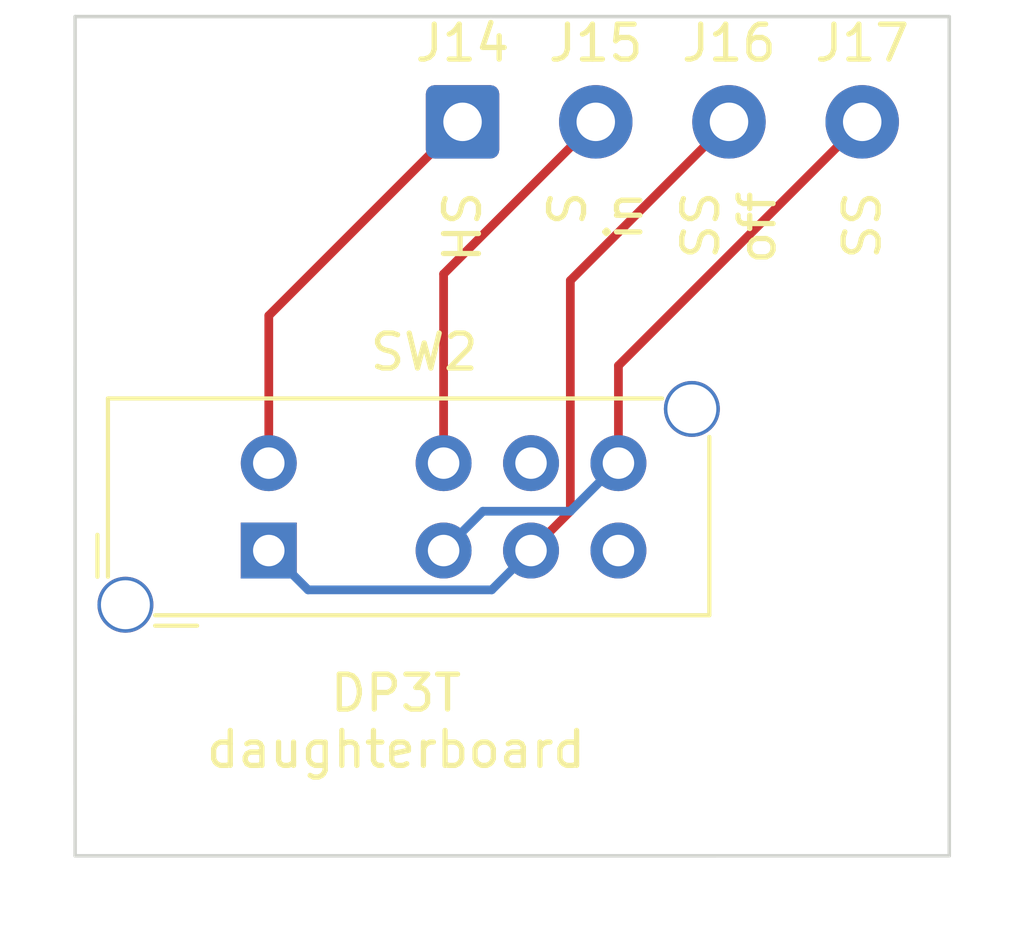
<source format=kicad_pcb>
(kicad_pcb (version 20211014) (generator pcbnew)
  (layers (0 "F.Cu" signal) (31 "B.Cu" signal) (34 "B.Paste" user) (35 "F.Paste" user) (36 "B.SilkS" user "B.Silkscreen") (37 "F.SilkS" user "F.Silkscreen") (38 "B.Mask" user) (39 "F.Mask" user) (44 "Edge.Cuts" user))
  (net 0 "")
  (net 1 "Board_0-/Panel mounted components/HARD_SYNCA_P")
  (net 2 "Board_0-/Panel mounted components/SOFT_SYNCA_P")
  (net 3 "Board_0-/Panel mounted components/SOFT_SYNC_OFF_P")
  (net 4 "Board_0-/Panel mounted components/SYNCA_P")
  (net 5 "Board_0-unconnected-(SW2-Pad4)")
  (net 6 "Board_0-unconnected-(SW2-Pad7)")
  (footprint "ao_tht:MountingHole_3.2mm_M3" (layer "F.Cu") (at 159.499999 108.999999)
    (fp_text reference "H1" hide)
    (fp_text value "MountingHole")
    (pad "" np_thru_hole circle locked (at 0 0) (size 3.2 3.2) (drill 3.2) (layers *.Cu *.Mask))
  )
  (footprint "Connector_Wire:SolderWire-0.5sqmm_1x01_D0.9mm_OD2.1mm" (layer "F.Cu") (at 148.579999 91.009999)
    (fp_text reference "J14" (at 0 -2.25 unlocked) (layer "F.SilkS"))
    (fp_text value "Wire pad")
    (pad "1" thru_hole roundrect (at 0 0) (size 2.1 2.1) (drill 1.1) (layers *.Cu *.Mask) (roundrect_rratio 0.119048) (net 1 "Board_0-/Panel mounted components/HARD_SYNCA_P"))
  )
  (footprint "sidekickvco:SW_CK_OS203012MU5QP1_DP3T" (layer "F.Cu") (at 143.038199 103.270399)
    (fp_text reference "SW2" (at 4.445 -5.675 unlocked) (layer "F.SilkS"))
    (fp_text value "SW_DP3T")
    (fp_line (start -4.9 -0.45) (end -4.9 0.75) (layer "F.SilkS") (width 0.12))
    (fp_line (start -3.25 1.85) (end 12.6 1.85) (layer "F.SilkS") (width 0.12))
    (fp_line (start 12.6 1.85) (end 12.6 -3.25) (layer "F.SilkS") (width 0.12))
    (fp_line (start -3.25 2.15) (end -2.05 2.15) (layer "F.SilkS") (width 0.12))
    (fp_line (start -4.6 -4.35) (end -4.6 0.75) (layer "F.SilkS") (width 0.12))
    (fp_line (start -4.6 -4.35) (end 11.25 -4.35) (layer "F.SilkS") (width 0.12))
    (pad "" np_thru_hole circle (at -4.1 1.55 180) (size 1.6 1.6) (drill 1.4) (layers F&B.Cu *.Mask))
    (pad "" np_thru_hole circle (at 12.1 -4.05 180) (size 1.6 1.6) (drill 1.4) (layers F&B.Cu *.Mask))
    (pad "1" thru_hole rect (at 0 0 180) (size 1.6 1.6) (drill 0.9) (layers *.Cu *.Mask) (net 3 "Board_0-/Panel mounted components/SOFT_SYNC_OFF_P"))
    (pad "2" thru_hole circle (at 5 0 180) (size 1.6 1.6) (drill 0.9) (layers *.Cu *.Mask) (net 2 "Board_0-/Panel mounted components/SOFT_SYNCA_P"))
    (pad "3" thru_hole circle (at 7.5 0 180) (size 1.6 1.6) (drill 0.9) (layers *.Cu *.Mask) (net 3 "Board_0-/Panel mounted components/SOFT_SYNC_OFF_P"))
    (pad "4" thru_hole circle (at 10 0 180) (size 1.6 1.6) (drill 0.9) (layers *.Cu *.Mask) (net 5 "Board_0-unconnected-(SW2-Pad4)"))
    (pad "5" thru_hole circle (at 0 -2.5 180) (size 1.6 1.6) (drill 0.9) (layers *.Cu *.Mask) (net 1 "Board_0-/Panel mounted components/HARD_SYNCA_P"))
    (pad "6" thru_hole circle (at 5 -2.5 180) (size 1.6 1.6) (drill 0.9) (layers *.Cu *.Mask) (net 4 "Board_0-/Panel mounted components/SYNCA_P"))
    (pad "7" thru_hole circle (at 7.5 -2.5 180) (size 1.6 1.6) (drill 0.9) (layers *.Cu *.Mask) (net 6 "Board_0-unconnected-(SW2-Pad7)"))
    (pad "8" thru_hole circle (at 10 -2.5 180) (size 1.6 1.6) (drill 0.9) (layers *.Cu *.Mask) (net 2 "Board_0-/Panel mounted components/SOFT_SYNCA_P"))
  )
  (footprint "sidekickvco:SolderWire-round_1x01_D0.9mm_OD2.1mm" (layer "F.Cu") (at 152.389999 91.009999)
    (fp_text reference "J15" (at 0 -2.25 unlocked) (layer "F.SilkS"))
    (fp_text value "Wire pad")
    (pad "1" thru_hole circle (at 0 0) (size 2.1 2.1) (drill 1.1) (layers *.Cu *.Mask) (net 4 "Board_0-/Panel mounted components/SYNCA_P"))
  )
  (footprint "sidekickvco:SolderWire-round_1x01_D0.9mm_OD2.1mm" (layer "F.Cu") (at 160.009999 91.009999)
    (fp_text reference "J17" (at 0 -2.25 unlocked) (layer "F.SilkS"))
    (fp_text value "Wire pad")
    (pad "1" thru_hole circle (at 0 0) (size 2.1 2.1) (drill 1.1) (layers *.Cu *.Mask) (net 2 "Board_0-/Panel mounted components/SOFT_SYNCA_P"))
  )
  (footprint "sidekickvco:SolderWire-round_1x01_D0.9mm_OD2.1mm" (layer "F.Cu") (at 156.199999 91.009999)
    (fp_text reference "J16" (at 0 -2.25 unlocked) (layer "F.SilkS"))
    (fp_text value "Wire pad")
    (pad "1" thru_hole circle (at 0 0) (size 2.1 2.1) (drill 1.1) (layers *.Cu *.Mask) (net 3 "Board_0-/Panel mounted components/SOFT_SYNC_OFF_P"))
  )
  (footprint "ao_tht:MountingHole_3.2mm_M3" (layer "F.Cu") (at 140.499999 90.999999)
    (fp_text reference "H2" hide)
    (fp_text value "MountingHole")
    (pad "" np_thru_hole circle locked (at 0 0) (size 3.2 3.2) (drill 3.2) (layers *.Cu *.Mask))
  )
  (footprint "sidekickvco:sidekick_daughterboard" (layer "F.Cu") (at 149.999999 99.999999)
    (fp_text reference "GRAF4" hide)
    (fp_text value "board" hide)
  )
  (gr_line (start 137.5 112.001) (end 137.499292 87.999292) (layer "Edge.Cuts") (width 0.1))
  (gr_line (start 162.500707 112.000707) (end 137.5 112.001) (layer "Edge.Cuts") (width 0.1))
  (gr_line (start 137.499292 87.999292) (end 162.500707 87.999292) (layer "Edge.Cuts") (width 0.1))
  (gr_line (start 162.500707 87.999292) (end 162.500707 112.000707) (layer "Edge.Cuts") (width 0.1))
  (gr_text "DP3T\ndaughterboard" (at 146.674999 108.154999) (layer "F.SilkS") (effects (font (size 1 1))))
  (gr_text "SS" (at 160.009999 92.914999 90) (layer "F.SilkS") (effects (font (size 1 1)) (justify right)))
  (gr_text "HS" (at 148.579999 92.914999 90) (layer "F.SilkS") (effects (font (size 1 1)) (justify right)))
  (gr_text "SS\noff" (at 156.199999 92.914999 90) (layer "F.SilkS") (effects (font (size 1 1)) (justify right)))
  (gr_text "S\nin" (at 152.389999 92.914999 90) (layer "F.SilkS") (effects (font (size 1 1)) (justify right)))
  (segment (start 143.038199 96.551799) (end 148.579999 91.009999) (width 0.25) (layer "F.Cu") (net 1))
  (segment (start 143.038199 100.770399) (end 143.038199 96.551799) (width 0.25) (layer "F.Cu") (net 1))
  (segment (start 153.038199 97.981799) (end 160.009999 91.009999) (width 0.25) (layer "F.Cu") (net 2))
  (segment (start 153.038199 100.770399) (end 153.038199 97.981799) (width 0.25) (layer "F.Cu") (net 2))
  (segment (start 149.16271 102.145888) (end 151.66271 102.145888) (width 0.25) (layer "B.Cu") (net 2))
  (segment (start 151.66271 102.145888) (end 153.038199 100.770399) (width 0.25) (layer "B.Cu") (net 2))
  (segment (start 148.038199 103.270399) (end 149.16271 102.145888) (width 0.25) (layer "B.Cu") (net 2))
  (segment (start 151.66271 95.547288) (end 156.199999 91.009999) (width 0.25) (layer "F.Cu") (net 3))
  (segment (start 150.538199 103.270399) (end 151.66271 102.145888) (width 0.25) (layer "F.Cu") (net 3))
  (segment (start 151.66271 102.145888) (end 151.66271 95.547288) (width 0.25) (layer "F.Cu") (net 3))
  (segment (start 149.413688 104.39491) (end 150.538199 103.270399) (width 0.25) (layer "B.Cu") (net 3))
  (segment (start 144.16271 104.39491) (end 149.413688 104.39491) (width 0.25) (layer "B.Cu") (net 3))
  (segment (start 143.038199 103.270399) (end 144.16271 104.39491) (width 0.25) (layer "B.Cu") (net 3))
  (segment (start 148.038199 95.361799) (end 152.389999 91.009999) (width 0.25) (layer "F.Cu") (net 4))
  (segment (start 148.038199 100.770399) (end 148.038199 95.361799) (width 0.25) (layer "F.Cu") (net 4))
)
</source>
